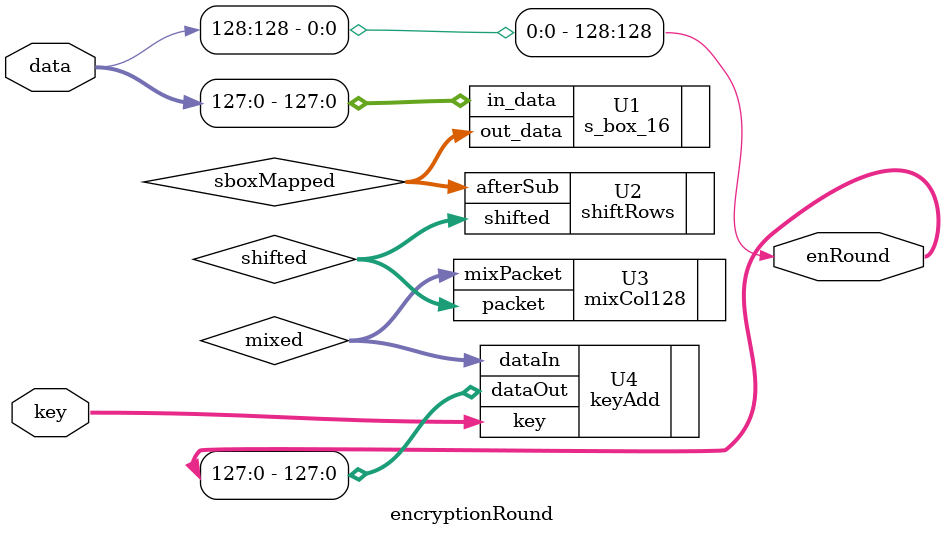
<source format=sv>
`timescale 1ns / 100ps

module encryptionRound
(
	input logic [127:0] key,
	input logic [128:0] data,
	output logic [128:0] enRound
);

logic [127:0] sboxMapped;
logic [127:0] shifted;
logic [127:0] mixed;

s_box_16 U1
(
	.in_data(data[127:0]),
	.out_data(sboxMapped)
);

shiftRows U2
(
	.afterSub(sboxMapped),
	.shifted(shifted)
);

mixCol128 U3
(
	.packet(shifted),
	.mixPacket(mixed)
);

keyAdd U4
(
	.key(key),
	.dataIn(mixed),
	.dataOut(enRound[127:0])
);

assign enRound[128] = data[128]; 

endmodule

</source>
